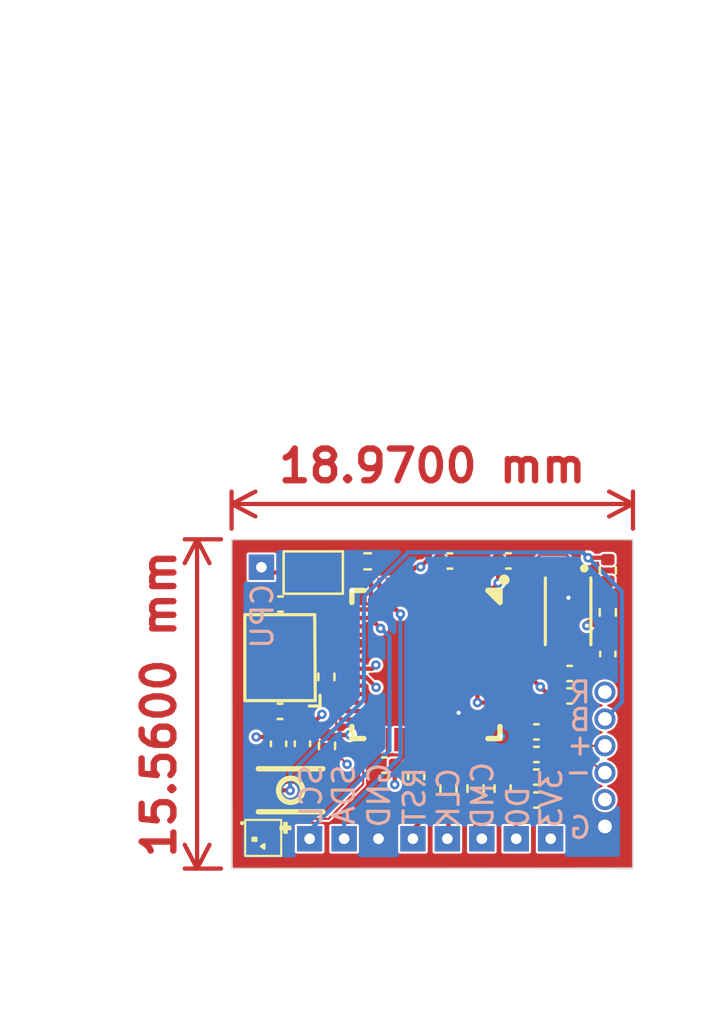
<source format=kicad_pcb>
(kicad_pcb (version 20221018) (generator pcbnew)
  (layers (0 "F.Cu" signal) (1 "In1.Cu" signal "GND.Cu") (2 "In2.Cu" signal "VCC.Cu") (31 "B.Cu" signal) (34 "B.Paste" user) (35 "F.Paste" user) (36 "B.SilkS" user "B.Silkscreen") (37 "F.SilkS" user "F.Silkscreen") (38 "B.Mask" user) (39 "F.Mask" user) (44 "Edge.Cuts" user))
  (net 0 "")
  (net 1 "GND")
  (net 2 "+3V3")
  (net 3 "BOOT")
  (net 4 "RST")
  (net 5 "+1V1")
  (net 6 "D-")
  (net 7 "D+")
  (net 8 "XIN")
  (net 9 "Net-(X1-OSC1)")
  (net 12 "XOUT")
  (net 13 "QSPI_CS")
  (net 22 "LED_DATA")
  (net 25 "QSPI_SD3")
  (net 26 "QSPI_SCK")
  (net 27 "QSPI_SD0")
  (net 28 "QSPI_SD2")
  (net 29 "QSPI_SD1")
  (net 30 "NS_RST")
  (net 31 "NS_CLK")
  (net 32 "NS_CMD")
  (net 33 "NS_D0")
  (net 34 "DBG_CLK")
  (net 35 "DBG_DAT")
  (net 36 "BOARD_DET")
  (net 37 "Net-(U1-GPIO27_ADC1)")
  (net 38 "Net-(U1-GPIO28_ADC2)")
  (net 39 "Net-(U1-GPIO29_ADC3)")
  (net 40 "NS_CPU")
  (net 41 "NS_SDA")
  (net 42 "NS_SCL")
  (net 51 "Net-(JP1-B)")
  (footprint "kicad_lceda:TH_Pads_1x1_P1.20mml" (layer "F.Cu") (at 76.7875 63.55)
    (fp_text reference "J7" hide)
    (fp_text value "Conn_01x01")
    (pad "1" thru_hole rect (at 0 0) (size 1.2 1.2) (drill 0.5) (layers "*.Cu" "*.Mask") (net 42 "NS_SCL") (clearance 0.1))
  )
  (footprint "Capacitor_SMD:C_0402_1005Metric" (layer "F.Cu") (at 75.41 52.46)
    (fp_text reference "C3" hide)
    (fp_text value "27pF,50V,C0G ")
    (fp_line (start -0.107836 -0.36) (end 0.107836 -0.36) (stroke (width 0.12)) (layer "F.SilkS"))
    (fp_line (start -0.107836 0.36) (end 0.107836 0.36) (stroke (width 0.12)) (layer "F.SilkS"))
    (pad "1" smd roundrect (at -0.48 0) (size 0.56 0.62) (layers "F.Cu" "F.Paste" "F.Mask") (net 8 "XIN"))
    (pad "2" smd roundrect (at 0.48 0) (size 0.56 0.62) (layers "F.Cu" "F.Paste" "F.Mask") (net 1 "GND"))
  )
  (footprint "Resistor_SMD:R_0402_1005Metric" (layer "F.Cu") (at 83.35 61.18 -90)
    (fp_text reference "R9" hide)
    (fp_text value "47")
    (fp_line (start -0.153641 -0.38) (end 0.153641 -0.38) (stroke (width 0.12)) (layer "F.SilkS"))
    (fp_line (start -0.153641 0.38) (end 0.153641 0.38) (stroke (width 0.12)) (layer "F.SilkS"))
    (pad "1" smd roundrect (at -0.51 0 270) (size 0.54 0.64) (layers "F.Cu" "F.Paste" "F.Mask") (net 37 "Net-(U1-GPIO27_ADC1)"))
    (pad "2" smd roundrect (at 0.51 0 270) (size 0.54 0.64) (layers "F.Cu" "F.Paste" "F.Mask") (net 31 "NS_CLK"))
  )
  (footprint "kicad_lceda:LQFN-56_L7.0-W7.0-P0.4-EP" (layer "F.Cu") (at 82.285 55.315 -90)
    (fp_text reference "U1" hide)
    (fp_text value "RP2040")
    (fp_line (start -3.5 -3.5) (end -2.931 -3.5) (stroke (width 0.254)) (layer "F.SilkS"))
    (fp_line (start -3.5 -2.931) (end -3.5 -3.5) (stroke (width 0.254)) (layer "F.SilkS"))
    (fp_line (start -3.5 -2.931) (end -2.931 -3.5) (stroke (width 0.254)) (layer "F.SilkS"))
    (fp_line (start -3.5 3.5) (end -3.5 2.931) (stroke (width 0.254)) (layer "F.SilkS"))
    (fp_line (start -3.4 3.5) (end -3.5 3.5) (stroke (width 0.254)) (layer "F.SilkS"))
    (fp_line (start -3.241 -3.5) (end -3.241 -3.403) (stroke (width 0.254)) (layer "F.SilkS"))
    (fp_line (start -3.241 -3.403) (end -3.5 -3.144) (stroke (width 0.254)) (layer "F.SilkS"))
    (fp_line (start -2.931 3.5) (end -3.4 3.5) (stroke (width 0.254)) (layer "F.SilkS"))
    (fp_line (start 2.931 -3.5) (end 3.5 -3.5) (stroke (width 0.254)) (layer "F.SilkS"))
    (fp_line (start 3.5 -3.5) (end 3.5 -2.931) (stroke (width 0.254)) (layer "F.SilkS"))
    (fp_line (start 3.5 2.931) (end 3.5 3.5) (stroke (width 0.254)) (layer "F.SilkS"))
    (fp_line (start 3.5 3.5) (end 2.931 3.5) (stroke (width 0.254)) (layer "F.SilkS"))
    (fp_circle (center -4 -3.7) (end -3.873 -3.7) (stroke (width 0.254)) (fill none) (layer "F.SilkS"))
    (pad "1" smd rect (at -3.55 -2.6 270) (size 1.1 0.2) (layers "F.Cu" "F.Paste" "F.Mask") (net 2 "+3V3"))
    (pad "2" smd rect (at -3.55 -2.2 270) (size 1.1 0.2) (layers "F.Cu" "F.Paste" "F.Mask"))
    (pad "3" smd rect (at -3.55 -1.8 270) (size 1.1 0.2) (layers "F.Cu" "F.Paste" "F.Mask"))
    (pad "4" smd rect (at -3.55 -1.4 270) (size 1.1 0.2) (layers "F.Cu" "F.Paste" "F.Mask"))
    (pad "5" smd rect (at -3.55 -1 270) (size 1.1 0.2) (layers "F.Cu" "F.Paste" "F.Mask"))
    (pad "6" smd rect (at -3.55 -0.6 270) (size 1.1 0.2) (layers "F.Cu" "F.Paste" "F.Mask"))
    (pad "7" smd rect (at -3.55 -0.2 270) (size 1.1 0.2) (layers "F.Cu" "F.Paste" "F.Mask"))
    (pad "8" smd rect (at -3.55 0.2 270) (size 1.1 0.2) (layers "F.Cu" "F.Paste" "F.Mask"))
    (pad "9" smd rect (at -3.55 0.6 270) (size 1.1 0.2) (layers "F.Cu" "F.Paste" "F.Mask"))
    (pad "10" smd rect (at -3.55 1 270) (size 1.1 0.2) (layers "F.Cu" "F.Paste" "F.Mask") (net 2 "+3V3"))
    (pad "11" smd rect (at -3.55 1.4 270) (size 1.1 0.2) (layers "F.Cu" "F.Paste" "F.Mask"))
    (pad "12" smd rect (at -3.55 1.8 270) (size 1.1 0.2) (layers "F.Cu" "F.Paste" "F.Mask"))
    (pad "13" smd rect (at -3.55 2.2 270) (size 1.1 0.2) (layers "F.Cu" "F.Paste" "F.Mask"))
    (pad "14" smd rect (at -3.55 2.6 270) (size 1.1 0.2) (layers "F.Cu" "F.Paste" "F.Mask"))
    (pad "15" smd rect (at -2.6 3.55) (size 1.1 0.2) (layers "F.Cu" "F.Paste" "F.Mask") (net 41 "NS_SDA"))
    (pad "16" smd rect (at -2.2 3.55) (size 1.1 0.2) (layers "F.Cu" "F.Paste" "F.Mask") (net 42 "NS_SCL"))
    (pad "17" smd rect (at -1.8 3.55) (size 1.1 0.2) (layers "F.Cu" "F.Paste" "F.Mask"))
    (pad "18" smd rect (at -1.4 3.55) (size 1.1 0.2) (layers "F.Cu" "F.Paste" "F.Mask") (net 40 "NS_CPU"))
    (pad "19" smd rect (at -1 3.55) (size 1.1 0.2) (layers "F.Cu" "F.Paste" "F.Mask") (net 1 "GND"))
    (pad "20" smd rect (at -0.6 3.55) (size 1.1 0.2) (layers "F.Cu" "F.Paste" "F.Mask") (net 8 "XIN"))
    (pad "21" smd rect (at -0.2 3.55) (size 1.1 0.2) (layers "F.Cu" "F.Paste" "F.Mask") (net 12 "XOUT"))
    (pad "22" smd rect (at 0.2 3.55) (size 1.1 0.2) (layers "F.Cu" "F.Paste" "F.Mask") (net 2 "+3V3"))
    (pad "23" smd rect (at 0.6 3.55) (size 1.1 0.2) (layers "F.Cu" "F.Paste" "F.Mask") (net 5 "+1V1"))
    (pad "24" smd rect (at 1 3.55) (size 1.1 0.2) (layers "F.Cu" "F.Paste" "F.Mask") (net 34 "DBG_CLK"))
    (pad "25" smd rect (at 1.4 3.55) (size 1.1 0.2) (layers "F.Cu" "F.Paste" "F.Mask") (net 35 "DBG_DAT"))
    (pad "26" smd rect (at 1.8 3.55) (size 1.1 0.2) (layers "F.Cu" "F.Paste" "F.Mask") (net 4 "RST"))
    (pad "27" smd rect (at 2.2 3.55) (size 1.1 0.2) (layers "F.Cu" "F.Paste" "F.Mask") (net 22 "LED_DATA"))
    (pad "28" smd rect (at 2.6 3.55) (size 1.1 0.2) (layers "F.Cu" "F.Paste" "F.Mask"))
    (pad "29" smd rect (at 3.55 2.6 90) (size 1.1 0.2) (layers "F.Cu" "F.Paste" "F.Mask"))
    (pad "30" smd rect (at 3.55 2.2 90) (size 1.1 0.2) (layers "F.Cu" "F.Paste" "F.Mask"))
    (pad "31" smd rect (at 3.55 1.8 90) (size 1.1 0.2) (layers "F.Cu" "F.Paste" "F.Mask"))
    (pad "32" smd rect (at 3.55 1.4 90) (size 1.1 0.2) (layers "F.Cu" "F.Paste" "F.Mask"))
    (pad "33" smd rect (at 3.55 1 90) (size 1.1 0.2) (layers "F.Cu" "F.Paste" "F.Mask") (net 2 "+3V3"))
    (pad "34" smd rect (at 3.55 0.6 90) (size 1.1 0.2) (layers "F.Cu" "F.Paste" "F.Mask"))
    (pad "35" smd rect (at 3.55 0.2 90) (size 1.1 0.2) (layers "F.Cu" "F.Paste" "F.Mask"))
    (pad "36" smd rect (at 3.55 -0.2 90) (size 1.1 0.2) (layers "F.Cu" "F.Paste" "F.Mask"))
    (pad "37" smd rect (at 3.55 -0.6 90) (size 1.1 0.2) (layers "F.Cu" "F.Paste" "F.Mask") (net 36 "BOARD_DET"))
    (pad "38" smd rect (at 3.55 -1 90) (size 1.1 0.2) (layers "F.Cu" "F.Paste" "F.Mask") (net 30 "NS_RST"))
    (pad "39" smd rect (at 3.55 -1.4 90) (size 1.1 0.2) (layers "F.Cu" "F.Paste" "F.Mask") (net 37 "Net-(U1-GPIO27_ADC1)"))
    (pad "40" smd rect (at 3.55 -1.8 90) (size 1.1 0.2) (layers "F.Cu" "F.Paste" "F.Mask") (net 38 "Net-(U1-GPIO28_ADC2)"))
    (pad "41" smd rect (at 3.55 -2.2 90) (size 1.1 0.2) (layers "F.Cu" "F.Paste" "F.Mask") (net 39 "Net-(U1-GPIO29_ADC3)"))
    (pad "42" smd rect (at 3.55 -2.6 90) (size 1.1 0.2) (layers "F.Cu" "F.Paste" "F.Mask") (net 2 "+3V3"))
    (pad "43" smd rect (at 2.6 -3.55 180) (size 1.1 0.2) (layers "F.Cu" "F.Paste" "F.Mask") (net 2 "+3V3"))
    (pad "44" smd rect (at 2.2 -3.55 180) (size 1.1 0.2) (layers "F.Cu" "F.Paste" "F.Mask") (net 2 "+3V3"))
    (pad "45" smd rect (at 1.8 -3.55 180) (size 1.1 0.2) (layers "F.Cu" "F.Paste" "F.Mask") (net 5 "+1V1"))
    (pad "46" smd rect (at 1.4 -3.55 180) (size 1.1 0.2) (layers "F.Cu" "F.Paste" "F.Mask") (net 6 "D-"))
    (pad "47" smd rect (at 1 -3.55 180) (size 1.1 0.2) (layers "F.Cu" "F.Paste" "F.Mask") (net 7 "D+"))
    (pad "48" smd rect (at 0.6 -3.55 180) (size 1.1 0.2) (layers "F.Cu" "F.Paste" "F.Mask") (net 2 "+3V3"))
    (pad "49" smd rect (at 0.2 -3.55 180) (size 1.1 0.2) (layers "F.Cu" "F.Paste" "F.Mask") (net 2 "+3V3"))
    (pad "50" smd rect (at -0.2 -3.55 180) (size 1.1 0.2) (layers "F.Cu" "F.Paste" "F.Mask") (net 5 "+1V1"))
    (pad "51" smd rect (at -0.6 -3.55 180) (size 1.1 0.2) (layers "F.Cu" "F.Paste" "F.Mask") (net 25 "QSPI_SD3"))
    (pad "52" smd rect (at -1 -3.55 180) (size 1.1 0.2) (layers "F.Cu" "F.Paste" "F.Mask") (net 26 "QSPI_SCK"))
    (pad "53" smd rect (at -1.4 -3.55 180) (size 1.1 0.2) (layers "F.Cu" "F.Paste" "F.Mask") (net 27 "QSPI_SD0"))
    (pad "54" smd rect (at -1.8 -3.55 180) (size 1.1 0.2) (layers "F.Cu" "F.Paste" "F.Mask") (net 28 "QSPI_SD2"))
    (pad "55" smd rect (at -2.2 -3.55 180) (size 1.1 0.2) (layers "F.Cu" "F.Paste" "F.Mask") (net 29 "QSPI_SD1"))
    (pad "56" smd rect (at -2.6 -3.55 180) (size 1.1 0.2) (layers "F.Cu" "F.Paste" "F.Mask") (net 13 "QSPI_CS"))
    (pad "57" smd rect (at 0 0 270) (size 3.1 3.1) (layers "F.Cu" "F.Paste" "F.Mask") (net 1 "GND"))
  )
  (footprint "kicad_lceda:USON-8_L3.0-W2.0-P0.50-BL-EP" (layer "F.Cu") (at 89.005 52.8025 180)
    (fp_text reference "U2" hide)
    (fp_text value "W25Q16JVUXIQ")
    (fp_line (start -1.076 -1.576) (end -1.076 1.576) (stroke (width 0.152)) (layer "F.SilkS"))
    (fp_line (start 1.076 1.576) (end 1.076 -1.576) (stroke (width 0.152)) (layer "F.SilkS"))
    (fp_circle (center -0.762 2.032) (end -0.662 2.032) (stroke (width 0.2)) (fill none) (layer "F.SilkS"))
    (pad "1" smd rect (at -0.75 1.507 90) (size 0.6 0.28) (layers "F.Cu" "F.Paste" "F.Mask") (net 13 "QSPI_CS"))
    (pad "2" smd rect (at -0.25 1.507 90) (size 0.6 0.28) (layers "F.Cu" "F.Paste" "F.Mask") (net 29 "QSPI_SD1"))
    (pad "3" smd rect (at 0.25 1.507 90) (size 0.6 0.28) (layers "F.Cu" "F.Paste" "F.Mask") (net 28 "QSPI_SD2"))
    (pad "4" smd rect (at 0.75 1.507 90) (size 0.6 0.28) (layers "F.Cu" "F.Paste" "F.Mask") (net 1 "GND"))
    (pad "5" smd rect (at 0.75 -1.507 90) (size 0.6 0.28) (layers "F.Cu" "F.Paste" "F.Mask") (net 27 "QSPI_SD0"))
    (pad "6" smd rect (at 0.25 -1.507 90) (size 0.6 0.28) (layers "F.Cu" "F.Paste" "F.Mask") (net 26 "QSPI_SCK"))
    (pad "7" smd rect (at -0.25 -1.507 90) (size 0.6 0.28) (layers "F.Cu" "F.Paste" "F.Mask") (net 25 "QSPI_SD3"))
    (pad "8" smd rect (at -0.75 -1.507 90) (size 0.6 0.28) (layers "F.Cu" "F.Paste" "F.Mask") (net 2 "+3V3"))
    (pad "9" smd rect (at 0 0 270) (size 0.3 1.7) (layers "F.Cu" "F.Paste" "F.Mask") (net 1 "GND"))
  )
  (footprint "kicad_lceda:ProgPins_1x06_P1.27mm" (layer "F.Cu") (at 90.744248 56.618121)
    (fp_text reference "J8" hide)
    (fp_text value "Conn_01x06")
    (pad "1" thru_hole oval (at 0 0) (size 1 1) (drill 0.65) (layers "*.Cu" "*.Mask") (net 4 "RST"))
    (pad "2" thru_hole oval (at 0 1.27) (size 1 1) (drill 0.65) (layers "*.Cu" "*.Mask") (net 3 "BOOT"))
    (pad "3" thru_hole oval (at 0 2.54) (size 1 1) (drill 0.65) (layers "*.Cu" "*.Mask") (net 7 "D+"))
    (pad "4" thru_hole oval (at 0 3.81) (size 1 1) (drill 0.65) (layers "*.Cu" "*.Mask") (net 6 "D-"))
    (pad "5" thru_hole oval (at 0 5.08) (size 1 1) (drill 0.65) (layers "*.Cu" "*.Mask") (net 2 "+3V3"))
    (pad "6" thru_hole oval (at 0 6.35) (size 1 1) (drill 0.65) (layers "*.Cu" "*.Mask") (net 1 "GND"))
  )
  (footprint "kicad_lceda:TH_Pads_1x1_P1.20mml" (layer "F.Cu") (at 74.51 50.72 90)
    (fp_text reference "J1" hide)
    (fp_text value "Conn_01x01")
    (pad "1" thru_hole rect (at 0 0 90) (size 1.2 1.2) (drill 0.5) (layers "*.Cu" "*.Mask") (net 40 "NS_CPU") (clearance 0.1))
  )
  (footprint "Capacitor_SMD:C_0402_1005Metric" (layer "F.Cu") (at 83.415 50.425)
    (fp_text reference "C12" hide)
    (fp_text value "100nF,16V,X7R ")
    (fp_line (start -0.107836 -0.36) (end 0.107836 -0.36) (stroke (width 0.12)) (layer "F.SilkS"))
    (fp_line (start -0.107836 0.36) (end 0.107836 0.36) (stroke (width 0.12)) (layer "F.SilkS"))
    (pad "1" smd roundrect (at -0.48 0) (size 0.56 0.62) (layers "F.Cu" "F.Paste" "F.Mask") (net 2 "+3V3"))
    (pad "2" smd roundrect (at 0.48 0) (size 0.56 0.62) (layers "F.Cu" "F.Paste" "F.Mask") (net 1 "GND"))
  )
  (footprint "Capacitor_SMD:C_0402_1005Metric" (layer "F.Cu") (at 87.505 58.5)
    (fp_text reference "C5" hide)
    (fp_text value "1uF,25V,X5R ")
    (fp_line (start -0.107836 -0.36) (end 0.107836 -0.36) (stroke (width 0.12)) (layer "F.SilkS"))
    (fp_line (start -0.107836 0.36) (end 0.107836 0.36) (stroke (width 0.12)) (layer "F.SilkS"))
    (pad "1" smd roundrect (at -0.48 0) (size 0.56 0.62) (layers "F.Cu" "F.Paste" "F.Mask") (net 5 "+1V1"))
    (pad "2" smd roundrect (at 0.48 0) (size 0.56 0.62) (layers "F.Cu" "F.Paste" "F.Mask") (net 1 "GND"))
  )
  (footprint "Resistor_SMD:R_0402_1005Metric" (layer "F.Cu") (at 77.61 59.16 90)
    (fp_text reference "R2" hide)
    (fp_text value "10k")
    (fp_line (start -0.153641 -0.38) (end 0.153641 -0.38) (stroke (width 0.12)) (layer "F.SilkS"))
    (fp_line (start -0.153641 0.38) (end 0.153641 0.38) (stroke (width 0.12)) (layer "F.SilkS"))
    (pad "1" smd roundrect (at -0.51 0 90) (size 0.54 0.64) (layers "F.Cu" "F.Paste" "F.Mask") (net 2 "+3V3"))
    (pad "2" smd roundrect (at 0.51 0 90) (size 0.54 0.64) (layers "F.Cu" "F.Paste" "F.Mask") (net 4 "RST"))
  )
  (footprint "kicad_lceda:TH_Pads_1x1_P1.20mml" (layer "F.Cu") (at 84.925 63.55 90)
    (fp_text reference "J4" hide)
    (fp_text value "Conn_01x01")
    (pad "1" thru_hole rect locked (at 0 0 90) (size 1.2 1.2) (drill 0.5) (layers "*.Cu" "*.Mask") (net 32 "NS_CMD") (clearance 0.1))
  )
  (footprint "Resistor_SMD:R_0402_1005Metric" (layer "F.Cu") (at 79.53 50.44)
    (fp_text reference "R12" hide)
    (fp_text value "10k")
    (fp_line (start -0.153641 -0.38) (end 0.153641 -0.38) (stroke (width 0.12)) (layer "F.SilkS"))
    (fp_line (start -0.153641 0.38) (end 0.153641 0.38) (stroke (width 0.12)) (layer "F.SilkS"))
    (pad "1" smd roundrect (at -0.51 0) (size 0.54 0.64) (layers "F.Cu" "F.Paste" "F.Mask") (net 51 "Net-(JP1-B)"))
    (pad "2" smd roundrect (at 0.51 0) (size 0.54 0.64) (layers "F.Cu" "F.Paste" "F.Mask") (net 1 "GND"))
  )
  (footprint "Capacitor_SMD:C_0402_1005Metric" (layer "F.Cu") (at 80.33 60.07 180)
    (fp_text reference "C7" hide)
    (fp_text value "100nF,16V,X7R ")
    (fp_line (start -0.107836 -0.36) (end 0.107836 -0.36) (stroke (width 0.12)) (layer "F.SilkS"))
    (fp_line (start -0.107836 0.36) (end 0.107836 0.36) (stroke (width 0.12)) (layer "F.SilkS"))
    (pad "1" smd roundrect (at -0.48 0 180) (size 0.56 0.62) (layers "F.Cu" "F.Paste" "F.Mask") (net 2 "+3V3"))
    (pad "2" smd roundrect (at 0.48 0 180) (size 0.56 0.62) (layers "F.Cu" "F.Paste" "F.Mask") (net 1 "GND"))
  )
  (footprint "Capacitor_SMD:C_0402_1005Metric" (layer "F.Cu") (at 90.88 54.82 -90)
    (fp_text reference "C14" hide)
    (fp_text value "100nF,16V,X7R ")
    (fp_line (start -0.107836 -0.36) (end 0.107836 -0.36) (stroke (width 0.12)) (layer "F.SilkS"))
    (fp_line (start -0.107836 0.36) (end 0.107836 0.36) (stroke (width 0.12)) (layer "F.SilkS"))
    (pad "1" smd roundrect (at -0.48 0 270) (size 0.56 0.62) (layers "F.Cu" "F.Paste" "F.Mask") (net 2 "+3V3"))
    (pad "2" smd roundrect (at 0.48 0 270) (size 0.56 0.62) (layers "F.Cu" "F.Paste" "F.Mask") (net 1 "GND"))
  )
  (footprint "Capacitor_SMD:C_0402_1005Metric" (layer "F.Cu") (at 89.08 55.74)
    (fp_text reference "C2" hide)
    (fp_text value "100nF,16V,X7R ")
    (fp_line (start -0.107836 -0.36) (end 0.107836 -0.36) (stroke (width 0.12)) (layer "F.SilkS"))
    (fp_line (start -0.107836 0.36) (end 0.107836 0.36) (stroke (width 0.12)) (layer "F.SilkS"))
    (pad "1" smd roundrect (at -0.48 0) (size 0.56 0.62) (layers "F.Cu" "F.Paste" "F.Mask") (net 5 "+1V1"))
    (pad "2" smd roundrect (at 0.48 0) (size 0.56 0.62) (layers "F.Cu" "F.Paste" "F.Mask") (net 1 "GND"))
  )
  (footprint "kicad_lceda:TH_Pads_1x1_P1.20mml" (layer "F.Cu") (at 81.67 63.55 90)
    (fp_text reference "J2" hide)
    (fp_text value "Conn_01x01")
    (pad "1" thru_hole rect (at 0 0 90) (size 1.2 1.2) (drill 0.5) (layers "*.Cu" "*.Mask") (net 30 "NS_RST") (clearance 0.1))
  )
  (footprint "kicad_lceda:TH_Pads_1x1_P1.20mml" (layer "F.Cu") (at 78.42 63.55 -90)
    (fp_text reference "J6" hide)
    (fp_text value "Conn_01x01")
    (pad "1" thru_hole rect (at 0 0 270) (size 1.2 1.2) (drill 0.5) (layers "*.Cu" "*.Mask") (net 41 "NS_SDA") (clearance 0.1))
  )
  (footprint "kicad_lceda:TH_Pads_1x1_P1.20mml" (layer "F.Cu") (at 86.5525 63.55)
    (fp_text reference "J5" hide)
    (fp_text value "Conn_01x01")
    (pad "1" thru_hole rect (at 0 0) (size 1.2 1.2) (drill 0.5) (layers "*.Cu" "*.Mask") (net 33 "NS_D0") (clearance 0.1))
  )
  (footprint "Capacitor_SMD:C_0402_1005Metric" (layer "F.Cu") (at 76.45 59.06 -90)
    (fp_text reference "C4" hide)
    (fp_text value "100nF,16V,X7R ")
    (fp_line (start -0.107836 -0.36) (end 0.107836 -0.36) (stroke (width 0.12)) (layer "F.SilkS"))
    (fp_line (start -0.107836 0.36) (end 0.107836 0.36) (stroke (width 0.12)) (layer "F.SilkS"))
    (pad "1" smd roundrect (at -0.48 0 270) (size 0.56 0.62) (layers "F.Cu" "F.Paste" "F.Mask") (net 5 "+1V1"))
    (pad "2" smd roundrect (at 0.48 0 270) (size 0.56 0.62) (layers "F.Cu" "F.Paste" "F.Mask") (net 1 "GND"))
  )
  (footprint "Resistor_SMD:R_0402_1005Metric" (layer "F.Cu") (at 81.825 60.58 -90)
    (fp_text reference "R3" hide)
    (fp_text value "10k")
    (fp_line (start -0.153641 -0.38) (end 0.153641 -0.38) (stroke (width 0.12)) (layer "F.SilkS"))
    (fp_line (start -0.153641 0.38) (end 0.153641 0.38) (stroke (width 0.12)) (layer "F.SilkS"))
    (pad "1" smd roundrect (at -0.51 0 270) (size 0.54 0.64) (layers "F.Cu" "F.Paste" "F.Mask") (net 36 "BOARD_DET"))
    (pad "2" smd roundrect (at 0.51 0 270) (size 0.54 0.64) (layers "F.Cu" "F.Paste" "F.Mask") (net 1 "GND"))
  )
  (footprint "Resistor_SMD:R_0402_1005Metric" (layer "F.Cu") (at 85.91 61.18 -90)
    (fp_text reference "R11" hide)
    (fp_text value "47")
    (fp_line (start -0.153641 -0.38) (end 0.153641 -0.38) (stroke (width 0.12)) (layer "F.SilkS"))
    (fp_line (start -0.153641 0.38) (end 0.153641 0.38) (stroke (width 0.12)) (layer "F.SilkS"))
    (pad "1" smd roundrect (at -0.51 0 270) (size 0.54 0.64) (layers "F.Cu" "F.Paste" "F.Mask") (net 39 "Net-(U1-GPIO29_ADC3)"))
    (pad "2" smd roundrect (at 0.51 0 270) (size 0.54 0.64) (layers "F.Cu" "F.Paste" "F.Mask") (net 33 "NS_D0"))
  )
  (footprint "Capacitor_SMD:C_0402_1005Metric" (layer "F.Cu") (at 86.18 50.42)
    (fp_text reference "C11" hide)
    (fp_text value "100nF,16V,X7R ")
    (fp_line (start -0.107836 -0.36) (end 0.107836 -0.36) (stroke (width 0.12)) (layer "F.SilkS"))
    (fp_line (start -0.107836 0.36) (end 0.107836 0.36) (stroke (width 0.12)) (layer "F.SilkS"))
    (pad "1" smd roundrect (at -0.48 0) (size 0.56 0.62) (layers "F.Cu" "F.Paste" "F.Mask") (net 2 "+3V3"))
    (pad "2" smd roundrect (at 0.48 0) (size 0.56 0.62) (layers "F.Cu" "F.Paste" "F.Mask") (net 1 "GND"))
  )
  (footprint "Capacitor_SMD:C_0402_1005Metric" (layer "F.Cu") (at 87.51 61.72)
    (fp_text reference "C8" hide)
    (fp_text value "100nF,16V,X7R ")
    (fp_line (start -0.107836 -0.36) (end 0.107836 -0.36) (stroke (width 0.12)) (layer "F.SilkS"))
    (fp_line (start -0.107836 0.36) (end 0.107836 0.36) (stroke (width 0.12)) (layer "F.SilkS"))
    (pad "1" smd roundrect (at -0.48 0) (size 0.56 0.62) (layers "F.Cu" "F.Paste" "F.Mask") (net 2 "+3V3"))
    (pad "2" smd roundrect (at 0.48 0) (size 0.56 0.62) (layers "F.Cu" "F.Paste" "F.Mask") (net 1 "GND"))
  )
  (footprint "kicad_lceda:TH_Pads_1x1_P1.20mml" (layer "F.Cu") (at 80.0425 63.55)
    (fp_text reference "J9" hide)
    (fp_text value "Conn_01x01")
    (pad "1" thru_hole rect (at 0 0) (size 1.2 1.2) (drill 0.5) (layers "*.Cu" "*.Mask") (net 1 "GND") (clearance 0.1))
  )
  (footprint "kicad_lceda:TH_Pads_1x1_P1.20mml" (layer "F.Cu") (at 83.2975 63.55 90)
    (fp_text reference "J3" hide)
    (fp_text value "Conn_01x01")
    (pad "1" thru_hole rect locked (at 0 0 90) (size 1.2 1.2) (drill 0.5) (layers "*.Cu" "*.Mask") (net 31 "NS_CLK") (clearance 0.1))
  )
  (footprint "kicad_lceda:TH_Pads_1x1_P1.20mml" (layer "F.Cu") (at 88.18 63.55)
    (fp_text reference "J10" hide)
    (fp_text value "Conn_01x01")
    (pad "1" thru_hole rect (at 0 0) (size 1.2 1.2) (drill 0.5) (layers "*.Cu" "*.Mask") (net 2 "+3V3") (clearance 0.1))
  )
  (footprint "kicad_lceda:KEY-SMD_L3.0-W2.0-LS3.5" (layer "F.Cu") (at 75.89 61.26)
    (fp_text reference "SW1" hide)
    (fp_text value "EVPAWED40")
    (fp_line (start -1.524 -1.016) (end 1.524 -1.016) (stroke (width 0.254)) (layer "F.SilkS"))
    (fp_line (start -1.524 1.016) (end 1.524 1.016) (stroke (width 0.254)) (layer "F.SilkS"))
    (fp_arc (start 0.402 0.402) (mid -0.461201 -0.332418) (end 0.508492 0.254252) (stroke (width 0.254)) (layer "F.SilkS"))
    (pad "1" smd rect (at -1.6 0) (size 1 1.524) (layers "F.Cu" "F.Paste" "F.Mask") (net 3 "BOOT"))
    (pad "2" smd rect (at 1.6 0) (size 1 1.524) (layers "F.Cu" "F.Paste" "F.Mask") (net 1 "GND"))
  )
  (footprint "Capacitor_SMD:C_0402_1005Metric" (layer "F.Cu") (at 87.505 60.635)
    (fp_text reference "C9" hide)
    (fp_text value "100nF,16V,X7R ")
    (fp_line (start -0.107836 -0.36) (end 0.107836 -0.36) (stroke (width 0.12)) (layer "F.SilkS"))
    (fp_line (start -0.107836 0.36) (end 0.107836 0.36) (stroke (width 0.12)) (layer "F.SilkS"))
    (pad "1" smd roundrect (at -0.48 0) (size 0.56 0.62) (layers "F.Cu" "F.Paste" "F.Mask") (net 2 "+3V3"))
    (pad "2" smd roundrect (at 0.48 0) (size 0.56 0.62) (layers "F.Cu" "F.Paste" "F.Mask") (net 1 "GND"))
  )
  (footprint "Resistor_SMD:R_0402_1005Metric" (layer "F.Cu") (at 77.58 55.9 90)
    (fp_text reference "R1" hide)
    (fp_text value "1k")
    (fp_line (start -0.153641 -0.38) (end 0.153641 -0.38) (stroke (width 0.12)) (layer "F.SilkS"))
    (fp_line (start -0.153641 0.38) (end 0.153641 0.38) (stroke (width 0.12)) (layer "F.SilkS"))
    (pad "1" smd roundrect (at -0.51 0 90) (size 0.54 0.64) (layers "F.Cu" "F.Paste" "F.Mask") (net 9 "Net-(X1-OSC1)"))
    (pad "2" smd roundrect (at 0.51 0 90) (size 0.54 0.64) (layers "F.Cu" "F.Paste" "F.Mask") (net 12 "XOUT"))
  )
  (footprint "kicad_lceda:OSC-SMD_4P-L3.2-W2.5-BL" (layer "F.Cu") (at 75.377 54.993 90)
    (fp_text reference "X1" hide)
    (fp_text value "SMD-3225_4P_12.000MHZ_9PF")
    (fp_line (start -2.286 1.397) (end -2.286 1.905) (stroke (width 0.152)) (layer "F.SilkS"))
    (fp_line (start -2.286 1.905) (end -1.778 1.905) (stroke (width 0.152)) (layer "F.SilkS"))
    (fp_line (start -2.029 -1.651) (end 2.032 -1.651) (stroke (width 0.152)) (layer "F.SilkS"))
    (fp_line (start -2.029 1.679) (end -2.029 -1.651) (stroke (width 0.152)) (layer "F.SilkS"))
    (fp_line (start 2.032 -1.651) (end 2.032 0) (stroke (width 0.152)) (layer "F.SilkS"))
    (fp_line (start 2.032 0) (end 2.032 1.651) (stroke (width 0.152)) (layer "F.SilkS"))
    (fp_line (start 2.032 1.651) (end -2.029 1.679) (stroke (width 0.152)) (layer "F.SilkS"))
    (fp_line (start 2.032 1.651) (end 2.032 1.651) (stroke (width 0.152)) (layer "F.SilkS"))
    (pad "1" smd rect (at -1.1 0.875 90) (size 1.4 1.2) (layers "F.Cu" "F.Paste" "F.Mask") (net 9 "Net-(X1-OSC1)"))
    (pad "2" smd rect (at 1.1 0.875 90) (size 1.4 1.2) (layers "F.Cu" "F.Paste" "F.Mask") (net 1 "GND"))
    (pad "3" smd rect (at 1.1 -0.875 90) (size 1.4 1.2) (layers "F.Cu" "F.Paste" "F.Mask") (net 8 "XIN"))
    (pad "4" smd rect (at -1.1 -0.875 90) (size 1.4 1.2) (layers "F.Cu" "F.Paste" "F.Mask") (net 1 "GND"))
  )
  (footprint "Capacitor_SMD:C_0402_1005Metric" (layer "F.Cu") (at 75.32 59.065 -90)
    (fp_text reference "C13" hide)
    (fp_text value "100nF,16V,X7R ")
    (fp_line (start -0.107836 -0.36) (end 0.107836 -0.36) (stroke (width 0.12)) (layer "F.SilkS"))
    (fp_line (start -0.107836 0.36) (end 0.107836 0.36) (stroke (width 0.12)) (layer "F.SilkS"))
    (pad "1" smd roundrect (at -0.48 0 270) (size 0.56 0.62) (layers "F.Cu" "F.Paste" "F.Mask") (net 2 "+3V3"))
    (pad "2" smd roundrect (at 0.48 0 270) (size 0.56 0.62) (layers "F.Cu" "F.Paste" "F.Mask") (net 1 "GND"))
  )
  (footprint "Resistor_SMD:R_0402_1005Metric" (layer "F.Cu") (at 90.88 50.87 -90)
    (fp_text reference "R5" hide)
    (fp_text value "1k")
    (fp_line (start -0.153641 -0.38) (end 0.153641 -0.38) (stroke (width 0.12)) (layer "F.SilkS"))
    (fp_line (start -0.153641 0.38) (end 0.153641 0.38) (stroke (width 0.12)) (layer "F.SilkS"))
    (pad "1" smd roundrect (at -0.51 0 270) (size 0.54 0.64) (layers "F.Cu" "F.Paste" "F.Mask") (net 3 "BOOT"))
    (pad "2" smd roundrect (at 0.51 0 270) (size 0.54 0.64) (layers "F.Cu" "F.Paste" "F.Mask") (net 13 "QSPI_CS"))
  )
  (footprint "Capacitor_SMD:C_0402_1005Metric" (layer "F.Cu") (at 89.08 56.8)
    (fp_text reference "C10" hide)
    (fp_text value "100nF,16V,X7R ")
    (fp_line (start -0.107836 -0.36) (end 0.107836 -0.36) (stroke (width 0.12)) (layer "F.SilkS"))
    (fp_line (start -0.107836 0.36) (end 0.107836 0.36) (stroke (width 0.12)) (layer "F.SilkS"))
    (pad "1" smd roundrect (at -0.48 0) (size 0.56 0.62) (layers "F.Cu" "F.Paste" "F.Mask") (net 2 "+3V3"))
    (pad "2" smd roundrect (at 0.48 0) (size 0.56 0.62) (layers "F.Cu" "F.Paste" "F.Mask") (net 1 "GND"))
  )
  (footprint "Capacitor_SMD:C_0402_1005Metric" (layer "F.Cu") (at 87.505 59.5675 180)
    (fp_text reference "C6" hide)
    (fp_text value "1uF,25V,X5R ")
    (fp_line (start -0.107836 -0.36) (end 0.107836 -0.36) (stroke (width 0.12)) (layer "F.SilkS"))
    (fp_line (start -0.107836 0.36) (end 0.107836 0.36) (stroke (width 0.12)) (layer "F.SilkS"))
    (pad "1" smd roundrect (at -0.48 0 180) (size 0.56 0.62) (layers "F.Cu" "F.Paste" "F.Mask") (net 1 "GND"))
    (pad "2" smd roundrect (at 0.48 0 180) (size 0.56 0.62) (layers "F.Cu" "F.Paste" "F.Mask") (net 2 "+3V3"))
  )
  (footprint "Resistor_SMD:R_0402_1005Metric" (layer "F.Cu") (at 84.63 61.18 -90)
    (fp_text reference "R10" hide)
    (fp_text value "47")
    (fp_line (start -0.153641 -0.38) (end 0.153641 -0.38) (stroke (width 0.12)) (layer "F.SilkS"))
    (fp_line (start -0.153641 0.38) (end 0.153641 0.38) (stroke (width 0.12)) (layer "F.SilkS"))
    (pad "1" smd roundrect (at -0.51 0 270) (size 0.54 0.64) (layers "F.Cu" "F.Paste" "F.Mask") (net 38 "Net-(U1-GPIO28_ADC2)"))
    (pad "2" smd roundrect (at 0.51 0 270) (size 0.54 0.64) (layers "F.Cu" "F.Paste" "F.Mask") (net 32 "NS_CMD"))
  )
  (footprint "kicad_lceda:LED-SMD_4P-L1.0-W1.0-TL_XL-1010RGBC-WS2812B" (layer "F.Cu") (at 74.595 63.51)
    (fp_text reference "U5" hide)
    (fp_text value "XL-1010RGBC-WS2812B")
    (fp_line (start -0.85 -0.85) (end -0.85 0.85) (stroke (width 0.1)) (layer "F.SilkS"))
    (fp_line (start -0.85 0.85) (end 0.85 0.85) (stroke (width 0.1)) (layer "F.SilkS"))
    (fp_line (start 0.85 -0.85) (end -0.85 -0.85) (stroke (width 0.1)) (layer "F.SilkS"))
    (fp_line (start 0.85 0.85) (end 0.85 -0.85) (stroke (width 0.1)) (layer "F.SilkS"))
    (fp_circle (center -1 -0.7) (end -0.95 -0.7) (stroke (width 0.1)) (fill none) (layer "F.SilkS"))
    (fp_poly (pts (xy 0.05 0.5) (xy -0.1 0.4) (xy 0.05 0.3)) (stroke (width 0.12)) (fill solid) (layer "F.SilkS"))
    (fp_poly (pts (xy 0.825 -0.525) (xy 0.825 -0.425) (xy 1.275 -0.425) (xy 1.275 -0.525)) (stroke (width 0.12)) (fill solid) (layer "F.SilkS"))
    (fp_poly (pts (xy 1 -0.25) (xy 1.1 -0.25) (xy 1.1 -0.7) (xy 1 -0.7)) (stroke (width 0.12)) (fill solid) (layer "F.SilkS"))
    (fp_poly (pts (xy -0.5 0) (xy -0.5 0.13) (xy -0.34 0.13) (xy -0.33 0.13) (xy -0.33 0)) (stroke (width 0.12)) (fill solid) (layer "F.SilkS"))
    (pad "1" smd rect (at -0.425 -0.425) (size 0.45 0.45) (layers "F.Cu" "F.Paste" "F.Mask"))
    (pad "2" smd rect (at 0.425 -0.425) (size 0.45 0.45) (layers "F.Cu" "F.Paste" "F.Mask") (net 2 "+3V3"))
    (pad "3" smd rect (at -0.425 0.425) (size 0.45 0.45) (layers "F.Cu" "F.Paste" "F.Mask") (net 1 "GND"))
    (pad "4" smd rect (at 0.425 0.425) (size 0.45 0.45) (layers "F.Cu" "F.Paste" "F.Mask") (net 22 "LED_DATA"))
  )
  (footprint "Resistor_SMD:R_0402_1005Metric" (layer "F.Cu") (at 90.88 52.855 90)
    (fp_text reference "R6" hide)
    (fp_text value "10k")
    (fp_line (start -0.153641 -0.38) (end 0.153641 -0.38) (stroke (width 0.12)) (layer "F.SilkS"))
    (fp_line (start -0.153641 0.38) (end 0.153641 0.38) (stroke (width 0.12)) (layer "F.SilkS"))
    (pad "1" smd roundrect (at -0.51 0 90) (size 0.54 0.64) (layers "F.Cu" "F.Paste" "F.Mask") (net 2 "+3V3"))
    (pad "2" smd roundrect (at 0.51 0 90) (size 0.54 0.64) (layers "F.Cu" "F.Paste" "F.Mask") (net 13 "QSPI_CS"))
  )
  (footprint "kicad_lceda:SolderJumper-2_P1.3mm_Open_TrianglePad1.0x1.5mm_Sm" (layer "F.Cu") (at 76.96 50.97)
    (fp_text reference "JP1" hide)
    (fp_text value "Jumper_2_Open")
    (fp_line (start -1.4 -1) (end 1.4 -1) (stroke (width 0.12)) (layer "F.SilkS"))
    (fp_line (start -1.4 1) (end -1.4 -1) (stroke (width 0.12)) (layer "F.SilkS"))
    (fp_line (start 1.4 -1) (end 1.4 1) (stroke (width 0.12)) (layer "F.SilkS"))
    (fp_line (start 1.4 1) (end -1.4 1) (stroke (width 0.12)) (layer "F.SilkS"))
    (pad "1" smd custom (at -0.725 0) (size 0.3 0.3) (layers "F.Cu" "F.Mask") (net 40 "NS_CPU") (options (clearance outline) (anchor rect)) (primitives (gr_poly (pts (xy 1 0) (xy 0.5 0.75) (xy -0.5 0.75) (xy -0.5 -0.75) (xy 0.5 -0.75)) (width 0) (fill yes))))
    (pad "2" smd custom (at 0.725 0) (size 0.3 0.3) (layers "F.Cu" "F.Mask") (net 51 "Net-(JP1-B)") (options (clearance outline) (anchor rect)) (primitives (gr_poly (pts (xy 0.5 0.75) (xy -0.65 0.75) (xy -0.15 0) (xy -0.65 -0.75) (xy 0.5 -0.75)) (width 0) (fill yes))))
  )
  (footprint "Capacitor_SMD:C_0402_1005Metric" (layer "F.Cu") (at 75.39 57.53)
    (fp_text reference "C1" hide)
    (fp_text value "27pF,50V,C0G ")
    (fp_line (start -0.107836 -0.36) (end 0.107836 -0.36) (stroke (width 0.12)) (layer "F.SilkS"))
    (fp_line (start -0.107836 0.36) (end 0.107836 0.36) (stroke (width 0.12)) (layer "F.SilkS"))
    (pad "1" smd roundrect (at -0.48 0) (size 0.56 0.62) (layers "F.Cu" "F.Paste" "F.Mask") (net 1 "GND"))
    (pad "2" smd roundrect (at 0.48 0) (size 0.56 0.62) (layers "F.Cu" "F.Paste" "F.Mask") (net 9 "Net-(X1-OSC1)"))
  )
  (gr_rect (start 73.1 49.4) (end 92.07 64.96) (stroke (width 0.05)) (fill none) (layer "Edge.Cuts"))
  (gr_text "CPU" (at 75.14 51.41 90) (layer "B.SilkS") (effects (font (size 1 1)) (justify left bottom mirror)))
  (gr_text "GND" (at 80.66 59.87 90) (layer "B.SilkS") (effects (font (size 1 1)) (justify left bottom mirror)))
  (gr_text "SCL" (at 77.44 59.96 90) (layer "B.SilkS") (effects (font (size 1 1)) (justify left bottom mirror)))
  (gr_text "B" (at 90.17 58.52) (layer "B.SilkS") (effects (font (size 1 1)) (justify left bottom mirror)))
  (gr_text "-" (at 90.2 60.95) (layer "B.SilkS") (effects (font (size 1 1)) (justify left bottom mirror)))
  (gr_text "CMD" (at 85.545 59.825 90) (layer "B.SilkS") (effects (font (size 1 1)) (justify left bottom mirror)))
  (gr_text "+" (at 90.29 59.68) (layer "B.SilkS") (effects (font (size 1 1)) (justify left bottom mirror)))
  (gr_text "D0" (at 87.22 60.98 90) (layer "B.SilkS") (effects (font (size 1 1)) (justify left bottom mirror)))
  (gr_text "G" (at 90.18 63.62) (layer "B.SilkS") (effects (font (size 1 1)) (justify left bottom mirror)))
  (gr_text "CLK" (at 83.935 60.115 90) (layer "B.SilkS") (effects (font (size 1 1)) (justify left bottom mirror)))
  (gr_text "SDA" (at 78.99 59.96 90) (layer "B.SilkS") (effects (font (size 1 1)) (justify left bottom mirror)))
  (gr_text "R" (at 90.17 57.22) (layer "B.SilkS") (effects (font (size 1 1)) (justify left bottom mirror)))
  (gr_text "RST" (at 82.33 60.08 90) (layer "B.SilkS") (effects (font (size 1 1)) (justify left bottom mirror)))
  (gr_text "3V3" (at 88.79 60.17 90) (layer "B.SilkS") (effects (font (size 1 1)) (justify left bottom mirror)))
  (dimension (type orthogonal) (layer "F.Cu") (pts (xy 73.1 49.4) (xy 92.07 49.4)) (height -1.67) (orientation 0) (gr_text "18.9700 mm" (at 82.585 45.93) (layer "F.Cu") (effects (font (size 1.5 1.5) (thickness 0.3)))) (format (prefix "") (suffix "") (units 3) (units_format 1) (precision 4)) (style (thickness 0.2) (arrow_length 1.27) (text_position_mode 0) (extension_height 0.58642) (extension_offset 0.5) keep_text_aligned))
  (dimension (type orthogonal) (layer "F.Cu") (pts (xy 73.1 49.4) (xy 73.1 64.96)) (height -1.63) (orientation 1) (gr_text "15.5600 mm" (at 69.67 57.18 90) (layer "F.Cu") (effects (font (size 1.5 1.5) (thickness 0.3)))) (format (prefix "") (suffix "") (units 3) (units_format 1) (precision 4)) (style (thickness 0.2) (arrow_length 1.27) (text_position_mode 0) (extension_height 0.58642) (extension_offset 0.5) keep_text_aligned))
  (segment (start 74.91 57.53) (end 74.502 57.122) (width 0.1) (layer "F.Cu") (net 1))
  (segment (start 75.89 52.46) (end 76.252 52.822) (width 0.1) (layer "F.Cu") (net 1))
  (segment (start 74.502 57.122) (end 74.502 56.093) (width 0.1) (layer "F.Cu") (net 1))
  (segment (start 77.61 60.56) (end 77.605 60.565) (width 0.2) (layer "F.Cu") (net 1))
  (segment (start 76.252 52.822) (end 76.252 53.893) (width 0.1) (layer "F.Cu") (net 1))
  (via (at 83.83 57.6) (size 0.45) (drill 0.2) (layers "F.Cu" "B.Cu") (net 1))
  (via (at 78.8 51.82) (size 0.45) (drill 0.2) (layers "F.Cu" "B.Cu") (net 1))
  (via (at 89.02 52.16) (size 0.45) (drill 0.2) (layers "F.Cu" "B.Cu") (net 1))
  (segment (start 88.12 56.8) (end 88.6 56.8) (width 0.2) (layer "F.Cu") (net 2))
  (segment (start 85.7 51.46) (end 85.7 50.42) (width 0.2) (layer "F.Cu") (net 2))
  (segment (start 87.68 56.37) (end 86.825 55.515) (width 0.2) (layer "F.Cu") (net 2))
  (segment (start 78.735 55.515) (end 79.745 55.515) (width 0.2) (layer "F.Cu") (net 2))
  (segment (start 81.285 51.235) (end 81.285 51.765) (width 0.2) (layer "F.Cu") (net 2))
  (segment (start 82.035 50.7) (end 81.82 50.7) (width 0.2) (layer "F.Cu") (net 2))
  (segment (start 90.005 53.365) (end 89.89 53.48) (width 0.3576) (layer "F.Cu") (net 2))
  (segment (start 76.49 61.61) (end 76.49 60.64) (width 0.2) (layer "F.Cu") (net 2))
  (segment (start 76.49 60.64) (end 77.46 59.67) (width 0.2) (layer "F.Cu") (net 2))
  (segment (start 75.165 58.74) (end 75.32 58.585) (width 0.2) (layer "F.Cu") (net 2))
  (segment (start 77.46 59.67) (end 77.61 59.67) (width 0.2) (layer "F.Cu") (net 2))
  (segment (start 85.7 51.46) (end 85.395 51.765) (width 0.2) (layer "F.Cu") (net 2))
  (segment (start 87.03 60.64) (end 87.025 60.635) (width 0.3576) (layer "F.Cu") (net 2))
  (segment (start 78.2 59.67) (end 77.61 59.67) (width 0.1) (layer "F.Cu") (net 2))
  (segment (start 90.88 53.365) (end 90.005 53.365) (width 0.3576) (layer "F.Cu") (net 2))
  (segment (start 79.745 55.515) (end 79.92 55.34) (width 0.2) (layer "F.Cu") (net 2))
  (segment (start 74.26 58.74) (end 75.165 58.74) (width 0.2) (layer "F.Cu") (net 2))
  (segment (start 82.035 50.7) (end 82.31 50.425) (width 0.2) (layer "F.Cu") (net 2))
  (segment (start 85.835 55.515) (end 85.835 55.915) (width 0.2) (layer "F.Cu") (net 2))
  (segment (start 80.81 60.07) (end 81.285 59.595) (width 0.2) (layer "F.Cu") (net 2))
  (segment (start 81.82 50.7) (end 81.285 51.235) (width 0.2) (layer "F.Cu") (net 2))
  (segment (start 90.9305 54.3095) (end 89.755 54.3095) (width 0.2) (layer "F.Cu") (net 2))
  (segment (start 80.81 60.99) (end 80.81 60.07) (width 0.2) (layer "F.Cu") (net 2))
  (segment (start 78.56 60.03) (end 78.2 59.67) (width 0.1) (layer "F.Cu") (net 2))
  (segment (start 81.285 59.595) (end 81.285 58.865) (width 0.2) (layer "F.Cu") (net 2))
  (segment (start 87.69 56.37) (end 87.68 56.37) (width 0.2) (layer "F.Cu") (net 2))
  (segment (start 87.03 61.72) (end 87.03 60.64) (width 0.3576) (layer "F.Cu") (net 2))
  (segment (start 85.835 58.7) (end 85.835 57.915) (width 0.1) (layer "F.Cu") (net 2))
  (segment (start 85.395 51.765) (end 84.885 51.765) (width 0.2) (layer "F.Cu") (net 2))
  (segment (start 86.825 55.515) (end 85.835 55.515) (width 0.2) (layer "F.Cu") (net 2))
  (segment (start 82.31 50.425) (end 82.935 50.425) (width 0.2) (layer "F.Cu") (net 2))
  (segment (start 75.02 63.085) (end 75.02 63.08) (width 0.2) (layer "F.Cu") (net 2))
  (segment (start 90.88 53.365) (end 90.88 54.34) (width 0.3576) (layer "F.Cu") (net 2))
  (segment (start 87.69 56.37) (end 88.12 56.8) (width 0.2) (layer "F.Cu") (net 2))
  (segment (start 75.02 63.08) (end 76.49 61.61) (width 0.2) (layer "F.Cu") (net 2))
  (via (at 78.56 60.03) (size 0.45) (drill 0.2) (layers "F.Cu" "B.Cu") (net 2))
  (via (at 85.7 51.46) (size 0.45) (drill 0.2) (layers "F.Cu" "B.Cu") (net 2))
  (via (at 85.835 58.7) (size 0.45) (drill 0.2) (layers "F.Cu" "B.Cu") (net 2))
  (via (at 82.035 50.7) (size 0.45) (drill 0.2) (layers "F.Cu" "B.Cu") (net 2))
  (via (at 79.92 55.34) (size 0.45) (drill 0.2) (layers "F.Cu" "B.Cu") (net 2))
  (via (at 74.26 58.74) (size 0.45) (drill 0.2) (layers "F.Cu" "B.Cu") (net 2))
  (via (at 89.89 53.48) (size 0.45) (drill 0.2) (layers "F.Cu" "B.Cu") (net 2))
  (via (at 87.69 56.37) (size 0.45) (drill 0.2) (layers "F.Cu" "B.Cu") (net 2))
  (via (at 80.81 60.99) (size 0.45) (drill 0.2) (layers "F.Cu" "B.Cu") (net 2))
  (segment (start 75.87 61.27) (end 75.86 61.26) (width 0.2) (layer "F.Cu") (net 3))
  (segment (start 89.95 50.27) (end 90.79 50.27) (width 0.2) (layer "F.Cu") (net 3))
  (segment (start 75.86 61.26) (end 74.29 61.26) (width 0.2) (layer "F.Cu") (net 3))
  (segment (start 90.79 50.27) (end 90.88 50.36) (width 0.2) (layer "F.Cu") (net 3))
  (via (at 89.95 50.27) (size 0.45) (drill 0.2) (layers "F.Cu" "B.Cu") (net 3))
  (via (at 75.87 61.27) (size 0.45) (drill 0.2) (layers "F.Cu" "B.Cu") (net 3))
  (segment (start 91.544248 51.864248) (end 89.95 50.27) (width 0.2) (layer "B.Cu") (net 3))
  (segment (start 79.35 52.11) (end 81.44 50.02) (width 0.2) (layer "B.Cu") (net 3))
  (segment (start 79.35 56.99) (end 79.35 52.11) (width 0.2) (layer "B.Cu") (net 3))
  (segment (start 75.87 60.47) (end 79.35 56.99) (width 0.2) (layer "B.Cu") (net 3))
  (segment (start 91.544248 57.088121) (end 91.544248 51.864248) (width 0.2) (layer "B.Cu") (net 3))
  (segment (start 89.7 50.02) (end 89.95 50.27) (width 0.2) (layer "B.Cu") (net 3))
  (segment (start 75.87 61.27) (end 75.87 60.47) (width 0.2) (layer "B.Cu") (net 3))
  (segment (start 81.44 50.02) (end 89.7 50.02) (width 0.2) (layer "B.Cu") (net 3))
  (segment (start 90.744248 57.888121) (end 91.544248 57.088121) (width 0.2) (layer "B.Cu") (net 3))
  (segment (start 77.61 58.65) (end 78.67 58.65) (width 0.2) (layer "F.Cu") (net 4))
  (segment (start 77.61 58.65) (end 78.0461 58.2139) (width 0.1) (layer "F.Cu") (net 4))
  (segment (start 78.67 58.65) (end 78.68 58.64) (width 0.2) (layer "F.Cu") (net 4))
  (segment (start 78.2072 57.115) (end 78.735 57.115) (width 0.1) (layer "F.Cu") (net 4))
  (segment (start 78.0461 58.2139) (end 78.0461 57.2761) (width 0.1) (layer "F.Cu") (net 4))
  (segment (start 78.0461 57.2761) (end 78.2072 57.115) (width 0.1) (layer "F.Cu") (net 4))
  (via (at 78.68 58.64) (size 0.45) (drill 0.2) (layers "F.Cu" "B.Cu") (net 4))
  (segment (start 79.45 55.915) (end 79.93 56.395) (width 0.2) (layer "F.Cu") (net 5))
  (segment (start 87.025 58.5) (end 87.025 57.585) (width 0.2) (layer "F.Cu") (net 5))
  (segment (start 76.46 58.58) (end 77.37 57.67) (width 0.2) (layer "F.Cu") (net 5))
  (segment (start 84.72 55.48) (end 84.72 57.115) (width 0.2) (layer "F.Cu") (net 5))
  (segment (start 86.555 57.115) (end 85.835 57.115) (width 0.2) (layer "F.Cu") (net 5))
  (segment (start 87.007144 55.115) (end 87.632144 55.74) (width 0.2) (layer "F.Cu") (net 5))
  (segment (start 85.835 57.115) (end 84.72 57.115) (width 0.2) (layer "F.Cu") (net 5))
  (segment (start 87.025 57.585) (end 86.555 57.115) (width 0.2) (layer "F.Cu") (net 5))
  (segment (start 85.835 55.115) (end 85.085 55.115) (width 0.2) (layer "F.Cu") (net 5))
  (segment (start 78.735 55.915) (end 79.45 55.915) (width 0.2) (layer "F.Cu") (net 5))
  (segment (start 85.835 55.115) (end 87.007144 55.115) (width 0.2) (layer "F.Cu") (net 5))
  (segment (start 76.45 58.58) (end 76.46 58.58) (width 0.2) (layer "F.Cu") (net 5))
  (segment (start 85.085 55.115) (end 84.72 55.48) (width 0.2) (layer "F.Cu") (net 5))
  (segment (start 87.632144 55.74) (end 88.6 55.74) (width 0.2) (layer "F.Cu") (net 5))
  (via (at 79.93 56.395) (size 0.45) (drill 0.2) (layers "F.Cu" "B.Cu") (net 5))
  (via (at 84.72 57.115) (size 0.45) (drill 0.2) (layers "F.Cu" "B.Cu") (net 5))
  (via (at 77.37 57.67) (size 0.45) (drill 0.2) (layers "F.Cu" "B.Cu") (net 5))
  (segment (start 90.638121 60.428121) (end 90.744248 60.428121) (width 0.1) (layer "F.Cu") (net 6))
  (segment (start 85.835 56.715) (end 86.925 56.715) (width 0.1) (layer "F.Cu") (net 6))
  (segment (start 86.925 56.715) (end 90.638121 60.428121) (width 0.1) (layer "F.Cu") (net 6))
  (segment (start 89.698121 59.158121) (end 90.744248 59.158121) (width 0.1) (layer "F.Cu") (net 7))
  (segment (start 85.835 56.315) (end 86.855 56.315) (width 0.1) (layer "F.Cu") (net 7))
  (segment (start 86.855 56.315) (end 89.698121 59.158121) (width 0.1) (layer "F.Cu") (net 7))
  (segment (start 78.735 54.715) (end 78.68 54.77) (width 0.1) (layer "F.Cu") (net 8))
  (segment (start 74.93 52.46) (end 74.502 52.888) (width 0.1) (layer "F.Cu") (net 8))
  (segment (start 75.379 54.77) (end 74.502 53.893) (width 0.1) (layer "F.Cu") (net 8))
  (segment (start 78.68 54.77) (end 75.379 54.77) (width 0.1) (layer "F.Cu") (net 8))
  (segment (start 74.502 52.888) (end 74.502 53.893) (width 0.1) (layer "F.Cu") (net 8))
  (segment (start 77.58 56.41) (end 76.569 56.41) (width 0.1) (layer "F.Cu") (net 9))
  (segment (start 76.252 56.093) (end 76.252 57.148) (width 0.1) (layer "F.Cu") (net 9))
  (segment (start 76.569 56.41) (end 76.252 56.093) (width 0.1) (layer "F.Cu") (net 9))
  (segment (start 76.252 57.148) (end 75.87 57.53) (width 0.1) (layer "F.Cu") (net 9))
  (segment (start 78.735 55.115) (end 77.855 55.115) (width 0.1) (layer "F.Cu") (net 12))
  (segment (start 77.855 55.115) (end 77.58 55.39) (width 0.1) (layer "F.Cu") (net 12))
  (segment (start 89.755 51.2955) (end 90.7955 51.2955) (width 0.1) (layer "F.Cu") (net 13))
  (segment (start 89.755 50.96) (end 89.755 51.2955) (width 0.1) (layer "F.Cu") (net 13))
  (segment (start 87.25 51.89) (end 87.25 50.56) (width 0.1) (layer "F.Cu") (net 13))
  (segment (start 88.93 50.135) (end 89.755 50.96) (width 0.1) (layer "F.Cu") (net 13))
  (segment (start 90.88 51.38) (end 90.88 52.345) (width 0.1) (layer "F.Cu") (net 13))
  (segment (start 85.835 52.715) (end 86.425 52.715) (width 0.1) (layer "F.Cu") (net 13))
  (segment (start 86.425 52.715) (end 87.25 51.89) (width 0.1) (layer "F.Cu") (net 13))
  (segment (start 87.675 50.135) (end 88.93 50.135) (width 0.1) (layer "F.Cu") (net 13))
  (segment (start 90.7955 51.2955) (end 90.88 51.38) (width 0.1) (layer "F.Cu") (net 13))
  (segment (start 87.25 50.56) (end 87.675 50.135) (width 0.1) (layer "F.Cu") (net 13))
  (segment (start 79.32 60.9698) (end 77.6798 62.61) (width 0.1) (layer "F.Cu") (net 22))
  (segment (start 77.6798 62.61) (end 76.11 62.61) (width 0.1) (layer "F.Cu") (net 22))
  (segment (start 76.11 62.61) (end 75.83 62.89) (width 0.1) (layer "F.Cu") (net 22))
  (segment (start 78.735 57.515) (end 79.245 57.515) (width 0.1) (layer "F.Cu") (net 22))
  (segment (start 79.245 57.515) (end 79.5 57.77) (width 0.1) (layer "F.Cu") (net 22))
  (segment (start 75.83 63.125) (end 75.02 63.935) (width 0.1) (layer "F.Cu") (net 22))
  (segment (start 79.5 57.77) (end 79.5 58.0778) (width 0.1) (layer "F.Cu") (net 22))
  (segment (start 75.83 62.89) (end 75.83 63.125) (width 0.1) (layer "F.Cu") (net 22))
  (segment (start 79.32 58.2578) (end 79.32 60.9698) (width 0.1) (layer "F.Cu") (net 22))
  (segment (start 79.5 58.0778) (end 79.32 58.2578) (width 0.1) (layer "F.Cu") (net 22))
  (segment (start 88.755122 55.1395) (end 89.255 54.639622) (width 0.1) (layer "F.Cu") (net 25))
  (segment (start 87.3695 55.1395) (end 88.755122 55.1395) (width 0.1) (layer "F.Cu") (net 25))
  (segment (start 89.255 54.639622) (end 89.255 54.3095) (width 0.1) (layer "F.Cu") (net 25))
  (segment (start 85.835 54.715) (end 86.945 54.715) (width 0.1) (layer "F.Cu") (net 25))
  (segment (start 86.945 54.715) (end 87.3695 55.1395) (width 0.1) (layer "F.Cu") (net 25))
  (segment (start 88.755 54.7295) (end 88.755 54.3095) (width 0.1) (layer "F.Cu") (net 26))
  (segment (start 87.5845 54.8495) (end 88.635 54.8495) (width 0.1) (layer "F.Cu") (net 26))
  (segment (start 88.635 54.8495) (end 88.755 54.7295) (width 0.1) (layer "F.Cu") (net 26))
  (segment (start 85.835 54.315) (end 87.05 54.315) (width 0.1) (layer "F.Cu") (net 26))
  (segment (start 87.05 54.315) (end 87.5845 54.8495) (width 0.1) (layer "F.Cu") (net 26))
  (segment (start 87.11 53.915) (end 87.5045 54.3095) (width 0.1) (layer "F.Cu") (net 27))
  (segment (start 85.835 53.915) (end 87.11 53.915) (width 0.1) (layer "F.Cu") (net 27))
  (segment (start 87.5045 54.3095) (end 88.255 54.3095) (width 0.1) (layer "F.Cu") (net 27))
  (segment (start 85.835 53.515) (end 86.705 53.515) (width 0.1) (layer "F.Cu") (net 28))
  (segment (start 87.9155 50.715) (end 88.46 50.715) (width 0.1) (layer "F.Cu") (net 28))
  (segment (start 88.46 50.715) (end 88.755 51.01) (width 0.1) (layer "F.Cu") (net 28))
  (segment (start 87.815 50.8155) (end 87.9155 50.715) (width 0.1) (layer "F.Cu") (net 28))
  (segment (start 87.815 52.405) (end 87.815 50.8155) (width 0.1) (layer "F.Cu") (net 28))
  (segment (start 86.705 53.515) (end 87.815 52.405) (width 0.1) (layer "F.Cu") (net 28))
  (segment (start 88.755 51.01) (end 88.755 51.2955) (width 0.1) (layer "F.Cu") (net 28))
  (segment (start 87.795378 50.425) (end 88.8045 50.425) (width 0.1) (layer "F.Cu") (net 29))
  (segment (start 88.8045 50.425) (end 89.255 50.8755) (width 0.1) (layer "F.Cu") (net 29))
  (segment (start 85.835 53.115) (end 86.694878 53.115) (width 0.1) (layer "F.Cu") (net 29))
  (segment (start 87.525 50.695378) (end 87.795378 50.425) (width 0.1) (layer "F.Cu") (net 29))
  (segment (start 89.255 50.8755) (end 89.255 51.2955) (width 0.1) (layer "F.Cu") (net 29))
  (segment (start 86.694878 53.115) (end 87.525 52.284878) (width 0.1) (layer "F.Cu") (net 29))
  (segment (start 87.525 52.284878) (end 87.525 50.695378) (width 0.1) (layer "F.Cu") (net 29))
  (segment (start 82.58 60.415) (end 82.58 62.2) (width 0.2) (layer "F.Cu") (net 30))
  (segment (start 83.285 59.71) (end 82.58 60.415) (width 0.2) (layer "F.Cu") (net 30))
  (segment (start 83.285 58.865) (end 83.285 59.71) (width 0.2) (layer "F.Cu") (net 30))
  (segment (start 82.58 62.2) (end 81.67 63.11) (width 0.2) (layer "F.Cu") (net 30))
  (segment (start 81.67 63.11) (end 81.67 63.55) (width 0.2) (layer "F.Cu") (net 30))
  (segment (start 83.35 63.4975) (end 83.2975 63.55) (width 0.2) (layer "F.Cu") (net 31))
  (segment (start 83.35 61.69) (end 83.35 63.4975) (width 0.2) (layer "F.Cu") (net 31))
  (segment (start 84.63 63.255) (end 84.925 63.55) (width 0.2) (layer "F.Cu") (net 32))
  (segment (start 84.63 61.69) (end 84.63 63.255) (width 0.2) (layer "F.Cu") (net 32))
  (segment (start 85.91 61.69) (end 86.5525 62.3325) (width 0.2) (layer "F.Cu") (net 33))
  (segment (start 86.5525 62.3325) (end 86.5525 63.55) (width 0.2) (layer "F.Cu") (net 33))
  (segment (start 82.885 58.865) (end 82.885 59.41) (width 0.2) (layer "F.Cu") (net 36))
  (segment (start 82.885 59.41) (end 82.225 60.07) (width 0.2) (layer "F.Cu") (net 36))
  (segment (start 82.225 60.07) (end 81.825 60.07) (width 0.2) (layer "F.Cu") (net 36))
  (segment (start 83.685 60.335) (end 83.35 60.67) (width 0.2) (layer "F.Cu") (net 37))
  (segment (start 83.685 58.865) (end 83.685 60.335) (width 0.2) (layer "F.Cu") (net 37))
  (segment (start 84.085 58.865) (end 84.085 60.125) (width 0.2) (layer "F.Cu") (net 38))
  (segment (start 84.085 60.125) (end 84.63 60.67) (width 0.2) (layer "F.Cu") (net 38))
  (segment (start 84.485 59.4928) (end 85.6622 60.67) (width 0.2) (layer "F.Cu") (net 39))
  (segment (start 85.6622 60.67) (end 85.91 60.67) (width 0.2) (layer "F.Cu") (net 39))
  (segment (start 84.485 58.865) (end 84.485 59.4928) (width 0.2) (layer "F.Cu") (net 39))
  (segment (start 76.235 50.97) (end 74.76 50.97) (width 0.2) (layer "F.Cu") (net 40))
  (segment (start 78.025 53.915) (end 76.66 52.55) (width 0.2) (layer "F.Cu") (net 40))
  (segment (start 76.66 51.395) (end 76.235 50.97) (width 0.2) (layer "F.Cu") (net 40))
  (segment (start 74.76 50.97) (end 74.51 50.72) (width 0.2) (layer "F.Cu") (net 40))
  (segment (start 76.66 52.55) (end 76.66 51.395) (width 0.2) (layer "F.Cu") (net 40))
  (segment (start 78.735 53.915) (end 78.025 53.915) (width 0.2) (layer "F.Cu") (net 40))
  (segment (start 78.735 52.715) (end 80.865 52.715) (width 0.2) (layer "F.Cu") (net 41))
  (segment (start 80.865 52.715) (end 81.08 52.93) (width 0.2) (layer "F.Cu") (net 41))
  (via (at 81.08 52.93) (size 0.45) (drill 0.2) (layers "F.Cu" "B.Cu") (net 41))
  (segment (start 78.42 62.35) (end 78.42 63.55) (width 0.2) (layer "B.Cu") (net 41))
  (segment (start 81.08 59.69) (end 78.42 62.35) (width 0.2) (layer "B.Cu") (net 41))
  (segment (start 81.08 52.93) (end 81.08 59.69) (width 0.2) (layer "B.Cu") (net 41))
  (segment (start 78.735 53.115) (end 79.645 53.115) (width 0.2) (layer "F.Cu") (net 42))
  (segment (start 79.645 53.115) (end 80.14 53.61) (width 0.2) (layer "F.Cu") (net 42))
  (via (at 80.14 53.61) (size 0.45) (drill 0.2) (layers "F.Cu" "B.Cu") (net 42))
  (segment (start 80.14 53.61) (end 80.16 53.61) (width 0.2) (layer "B.Cu") (net 42))
  (segment (start 80.16 53.61) (end 80.56 54.01) (width 0.2) (layer "B.Cu") (net 42))
  (segment (start 80.56 54.01) (end 80.56 59.38) (width 0.2) (layer "B.Cu") (net 42))
  (segment (start 76.7875 63.1525) (end 76.7875 63.55) (width 0.2) (layer "B.Cu") (net 42))
  (segment (start 80.56 59.38) (end 76.7875 63.1525) (width 0.2) (layer "B.Cu") (net 42))
  (segment (start 78.49 50.97) (end 79.02 50.44) (width 0.2) (layer "F.Cu") (net 51))
  (segment (start 77.685 50.97) (end 78.49 50.97) (width 0.2) (layer "F.Cu") (net 51))
  (zone (net 1) (net_name "GND") (layer "F.Cu") (connect_pads yes (clearance 0.1)) (min_thickness 0.1) (fill yes (thermal_gap 0.508) (thermal_bridge_width 0.508))
    (polygon (pts (xy 92.03 64.91) (xy 73.15 64.92) (xy 73.14 49.44) (xy 92.03 49.44)))
  )
  (zone (net 2) (net_name "+3V3") (layer "F.Cu") (priority 5) (connect_pads yes (clearance 0.1)) (min_thickness 0.25) (fill yes (thermal_gap 0.5) (thermal_bridge_width 0.5))
    (polygon (pts (xy 85.28 57.41) (xy 86.385 57.415) (xy 86.385 59.245) (xy 87.305 59.255) (xy 87.315 60.945) (xy 86.745 60.945) (xy 84.785 59.415) (xy 84.785 58.315)))
  )
  (zone (net 1) (net_name "GND") (layer "B.Cu") (connect_pads yes (clearance 0.1)) (min_thickness 0.254) (fill yes (thermal_gap 0.508) (thermal_bridge_width 0.508))
    (polygon (pts (xy 91.455 64.405) (xy 73.65 64.435) (xy 73.665 49.915) (xy 91.475 49.885)))
  )
)
</source>
